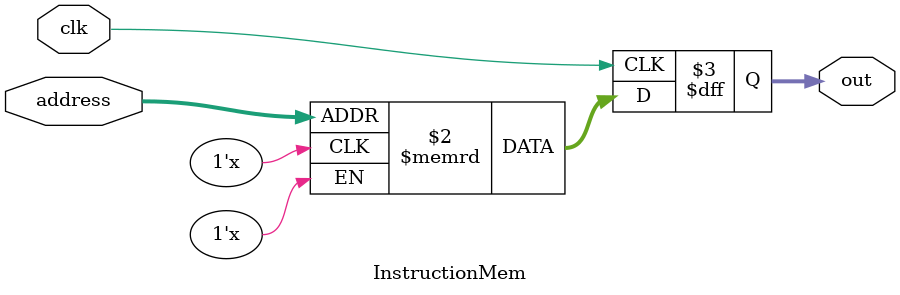
<source format=v>
module InstructionMem(out, address, clk);

output reg [31:0] out;
input [31:0] address;
input clk;

reg [31:0] Regs [0:31];

//need to assign the registers instruction data

always@(posedge clk) begin
  out <= Regs[address];
end


endmodule

</source>
